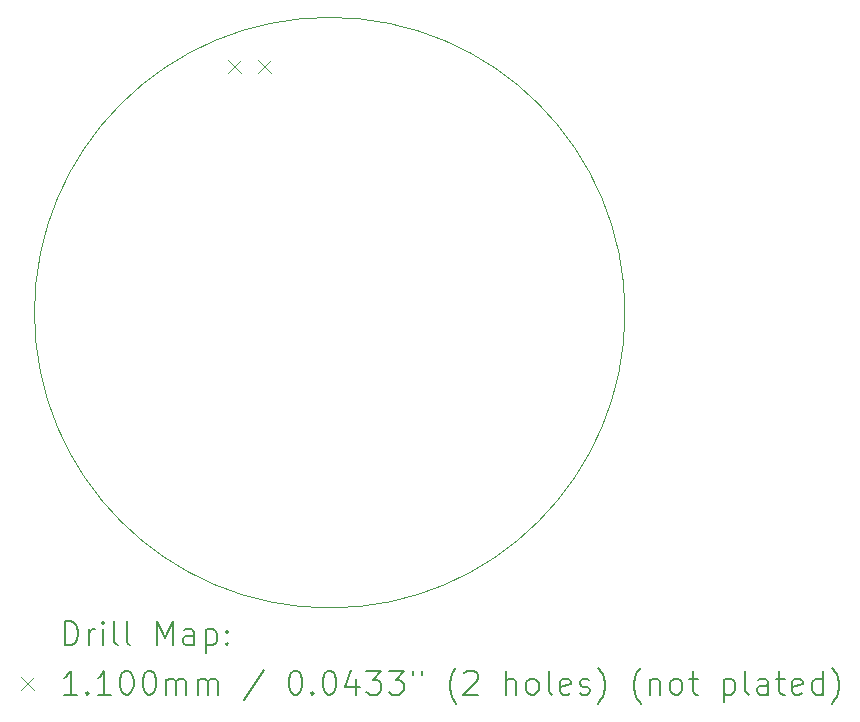
<source format=gbr>
%TF.GenerationSoftware,KiCad,Pcbnew,8.0.1*%
%TF.CreationDate,2025-09-12T21:56:18+04:00*%
%TF.ProjectId,Neopixel_project_v3.0,4e656f70-6978-4656-9c5f-70726f6a6563,v3.0*%
%TF.SameCoordinates,Original*%
%TF.FileFunction,Drillmap*%
%TF.FilePolarity,Positive*%
%FSLAX45Y45*%
G04 Gerber Fmt 4.5, Leading zero omitted, Abs format (unit mm)*
G04 Created by KiCad (PCBNEW 8.0.1) date 2025-09-12 21:56:18*
%MOMM*%
%LPD*%
G01*
G04 APERTURE LIST*
%ADD10C,0.050000*%
%ADD11C,0.200000*%
%ADD12C,0.110000*%
G04 APERTURE END LIST*
D10*
X12885000Y-6710000D02*
G75*
G02*
X7885000Y-6710000I-2500000J0D01*
G01*
X7885000Y-6710000D02*
G75*
G02*
X12885000Y-6710000I2500000J0D01*
G01*
D11*
D12*
X9526000Y-4571000D02*
X9636000Y-4681000D01*
X9636000Y-4571000D02*
X9526000Y-4681000D01*
X9780000Y-4571000D02*
X9890000Y-4681000D01*
X9890000Y-4571000D02*
X9780000Y-4681000D01*
D11*
X8143277Y-9523984D02*
X8143277Y-9323984D01*
X8143277Y-9323984D02*
X8190896Y-9323984D01*
X8190896Y-9323984D02*
X8219467Y-9333508D01*
X8219467Y-9333508D02*
X8238515Y-9352555D01*
X8238515Y-9352555D02*
X8248039Y-9371603D01*
X8248039Y-9371603D02*
X8257562Y-9409698D01*
X8257562Y-9409698D02*
X8257562Y-9438270D01*
X8257562Y-9438270D02*
X8248039Y-9476365D01*
X8248039Y-9476365D02*
X8238515Y-9495412D01*
X8238515Y-9495412D02*
X8219467Y-9514460D01*
X8219467Y-9514460D02*
X8190896Y-9523984D01*
X8190896Y-9523984D02*
X8143277Y-9523984D01*
X8343277Y-9523984D02*
X8343277Y-9390650D01*
X8343277Y-9428746D02*
X8352801Y-9409698D01*
X8352801Y-9409698D02*
X8362324Y-9400174D01*
X8362324Y-9400174D02*
X8381372Y-9390650D01*
X8381372Y-9390650D02*
X8400420Y-9390650D01*
X8467086Y-9523984D02*
X8467086Y-9390650D01*
X8467086Y-9323984D02*
X8457563Y-9333508D01*
X8457563Y-9333508D02*
X8467086Y-9343031D01*
X8467086Y-9343031D02*
X8476610Y-9333508D01*
X8476610Y-9333508D02*
X8467086Y-9323984D01*
X8467086Y-9323984D02*
X8467086Y-9343031D01*
X8590896Y-9523984D02*
X8571848Y-9514460D01*
X8571848Y-9514460D02*
X8562324Y-9495412D01*
X8562324Y-9495412D02*
X8562324Y-9323984D01*
X8695658Y-9523984D02*
X8676610Y-9514460D01*
X8676610Y-9514460D02*
X8667086Y-9495412D01*
X8667086Y-9495412D02*
X8667086Y-9323984D01*
X8924229Y-9523984D02*
X8924229Y-9323984D01*
X8924229Y-9323984D02*
X8990896Y-9466841D01*
X8990896Y-9466841D02*
X9057563Y-9323984D01*
X9057563Y-9323984D02*
X9057563Y-9523984D01*
X9238515Y-9523984D02*
X9238515Y-9419222D01*
X9238515Y-9419222D02*
X9228991Y-9400174D01*
X9228991Y-9400174D02*
X9209944Y-9390650D01*
X9209944Y-9390650D02*
X9171848Y-9390650D01*
X9171848Y-9390650D02*
X9152801Y-9400174D01*
X9238515Y-9514460D02*
X9219467Y-9523984D01*
X9219467Y-9523984D02*
X9171848Y-9523984D01*
X9171848Y-9523984D02*
X9152801Y-9514460D01*
X9152801Y-9514460D02*
X9143277Y-9495412D01*
X9143277Y-9495412D02*
X9143277Y-9476365D01*
X9143277Y-9476365D02*
X9152801Y-9457317D01*
X9152801Y-9457317D02*
X9171848Y-9447793D01*
X9171848Y-9447793D02*
X9219467Y-9447793D01*
X9219467Y-9447793D02*
X9238515Y-9438270D01*
X9333753Y-9390650D02*
X9333753Y-9590650D01*
X9333753Y-9400174D02*
X9352801Y-9390650D01*
X9352801Y-9390650D02*
X9390896Y-9390650D01*
X9390896Y-9390650D02*
X9409944Y-9400174D01*
X9409944Y-9400174D02*
X9419467Y-9409698D01*
X9419467Y-9409698D02*
X9428991Y-9428746D01*
X9428991Y-9428746D02*
X9428991Y-9485889D01*
X9428991Y-9485889D02*
X9419467Y-9504936D01*
X9419467Y-9504936D02*
X9409944Y-9514460D01*
X9409944Y-9514460D02*
X9390896Y-9523984D01*
X9390896Y-9523984D02*
X9352801Y-9523984D01*
X9352801Y-9523984D02*
X9333753Y-9514460D01*
X9514705Y-9504936D02*
X9524229Y-9514460D01*
X9524229Y-9514460D02*
X9514705Y-9523984D01*
X9514705Y-9523984D02*
X9505182Y-9514460D01*
X9505182Y-9514460D02*
X9514705Y-9504936D01*
X9514705Y-9504936D02*
X9514705Y-9523984D01*
X9514705Y-9400174D02*
X9524229Y-9409698D01*
X9524229Y-9409698D02*
X9514705Y-9419222D01*
X9514705Y-9419222D02*
X9505182Y-9409698D01*
X9505182Y-9409698D02*
X9514705Y-9400174D01*
X9514705Y-9400174D02*
X9514705Y-9419222D01*
D12*
X7772500Y-9797500D02*
X7882500Y-9907500D01*
X7882500Y-9797500D02*
X7772500Y-9907500D01*
D11*
X8248039Y-9943984D02*
X8133753Y-9943984D01*
X8190896Y-9943984D02*
X8190896Y-9743984D01*
X8190896Y-9743984D02*
X8171848Y-9772555D01*
X8171848Y-9772555D02*
X8152801Y-9791603D01*
X8152801Y-9791603D02*
X8133753Y-9801127D01*
X8333753Y-9924936D02*
X8343277Y-9934460D01*
X8343277Y-9934460D02*
X8333753Y-9943984D01*
X8333753Y-9943984D02*
X8324229Y-9934460D01*
X8324229Y-9934460D02*
X8333753Y-9924936D01*
X8333753Y-9924936D02*
X8333753Y-9943984D01*
X8533753Y-9943984D02*
X8419467Y-9943984D01*
X8476610Y-9943984D02*
X8476610Y-9743984D01*
X8476610Y-9743984D02*
X8457563Y-9772555D01*
X8457563Y-9772555D02*
X8438515Y-9791603D01*
X8438515Y-9791603D02*
X8419467Y-9801127D01*
X8657563Y-9743984D02*
X8676610Y-9743984D01*
X8676610Y-9743984D02*
X8695658Y-9753508D01*
X8695658Y-9753508D02*
X8705182Y-9763031D01*
X8705182Y-9763031D02*
X8714705Y-9782079D01*
X8714705Y-9782079D02*
X8724229Y-9820174D01*
X8724229Y-9820174D02*
X8724229Y-9867793D01*
X8724229Y-9867793D02*
X8714705Y-9905889D01*
X8714705Y-9905889D02*
X8705182Y-9924936D01*
X8705182Y-9924936D02*
X8695658Y-9934460D01*
X8695658Y-9934460D02*
X8676610Y-9943984D01*
X8676610Y-9943984D02*
X8657563Y-9943984D01*
X8657563Y-9943984D02*
X8638515Y-9934460D01*
X8638515Y-9934460D02*
X8628991Y-9924936D01*
X8628991Y-9924936D02*
X8619467Y-9905889D01*
X8619467Y-9905889D02*
X8609944Y-9867793D01*
X8609944Y-9867793D02*
X8609944Y-9820174D01*
X8609944Y-9820174D02*
X8619467Y-9782079D01*
X8619467Y-9782079D02*
X8628991Y-9763031D01*
X8628991Y-9763031D02*
X8638515Y-9753508D01*
X8638515Y-9753508D02*
X8657563Y-9743984D01*
X8848039Y-9743984D02*
X8867086Y-9743984D01*
X8867086Y-9743984D02*
X8886134Y-9753508D01*
X8886134Y-9753508D02*
X8895658Y-9763031D01*
X8895658Y-9763031D02*
X8905182Y-9782079D01*
X8905182Y-9782079D02*
X8914705Y-9820174D01*
X8914705Y-9820174D02*
X8914705Y-9867793D01*
X8914705Y-9867793D02*
X8905182Y-9905889D01*
X8905182Y-9905889D02*
X8895658Y-9924936D01*
X8895658Y-9924936D02*
X8886134Y-9934460D01*
X8886134Y-9934460D02*
X8867086Y-9943984D01*
X8867086Y-9943984D02*
X8848039Y-9943984D01*
X8848039Y-9943984D02*
X8828991Y-9934460D01*
X8828991Y-9934460D02*
X8819467Y-9924936D01*
X8819467Y-9924936D02*
X8809944Y-9905889D01*
X8809944Y-9905889D02*
X8800420Y-9867793D01*
X8800420Y-9867793D02*
X8800420Y-9820174D01*
X8800420Y-9820174D02*
X8809944Y-9782079D01*
X8809944Y-9782079D02*
X8819467Y-9763031D01*
X8819467Y-9763031D02*
X8828991Y-9753508D01*
X8828991Y-9753508D02*
X8848039Y-9743984D01*
X9000420Y-9943984D02*
X9000420Y-9810650D01*
X9000420Y-9829698D02*
X9009944Y-9820174D01*
X9009944Y-9820174D02*
X9028991Y-9810650D01*
X9028991Y-9810650D02*
X9057563Y-9810650D01*
X9057563Y-9810650D02*
X9076610Y-9820174D01*
X9076610Y-9820174D02*
X9086134Y-9839222D01*
X9086134Y-9839222D02*
X9086134Y-9943984D01*
X9086134Y-9839222D02*
X9095658Y-9820174D01*
X9095658Y-9820174D02*
X9114705Y-9810650D01*
X9114705Y-9810650D02*
X9143277Y-9810650D01*
X9143277Y-9810650D02*
X9162325Y-9820174D01*
X9162325Y-9820174D02*
X9171848Y-9839222D01*
X9171848Y-9839222D02*
X9171848Y-9943984D01*
X9267086Y-9943984D02*
X9267086Y-9810650D01*
X9267086Y-9829698D02*
X9276610Y-9820174D01*
X9276610Y-9820174D02*
X9295658Y-9810650D01*
X9295658Y-9810650D02*
X9324229Y-9810650D01*
X9324229Y-9810650D02*
X9343277Y-9820174D01*
X9343277Y-9820174D02*
X9352801Y-9839222D01*
X9352801Y-9839222D02*
X9352801Y-9943984D01*
X9352801Y-9839222D02*
X9362325Y-9820174D01*
X9362325Y-9820174D02*
X9381372Y-9810650D01*
X9381372Y-9810650D02*
X9409944Y-9810650D01*
X9409944Y-9810650D02*
X9428991Y-9820174D01*
X9428991Y-9820174D02*
X9438515Y-9839222D01*
X9438515Y-9839222D02*
X9438515Y-9943984D01*
X9828991Y-9734460D02*
X9657563Y-9991603D01*
X10086134Y-9743984D02*
X10105182Y-9743984D01*
X10105182Y-9743984D02*
X10124229Y-9753508D01*
X10124229Y-9753508D02*
X10133753Y-9763031D01*
X10133753Y-9763031D02*
X10143277Y-9782079D01*
X10143277Y-9782079D02*
X10152801Y-9820174D01*
X10152801Y-9820174D02*
X10152801Y-9867793D01*
X10152801Y-9867793D02*
X10143277Y-9905889D01*
X10143277Y-9905889D02*
X10133753Y-9924936D01*
X10133753Y-9924936D02*
X10124229Y-9934460D01*
X10124229Y-9934460D02*
X10105182Y-9943984D01*
X10105182Y-9943984D02*
X10086134Y-9943984D01*
X10086134Y-9943984D02*
X10067087Y-9934460D01*
X10067087Y-9934460D02*
X10057563Y-9924936D01*
X10057563Y-9924936D02*
X10048039Y-9905889D01*
X10048039Y-9905889D02*
X10038515Y-9867793D01*
X10038515Y-9867793D02*
X10038515Y-9820174D01*
X10038515Y-9820174D02*
X10048039Y-9782079D01*
X10048039Y-9782079D02*
X10057563Y-9763031D01*
X10057563Y-9763031D02*
X10067087Y-9753508D01*
X10067087Y-9753508D02*
X10086134Y-9743984D01*
X10238515Y-9924936D02*
X10248039Y-9934460D01*
X10248039Y-9934460D02*
X10238515Y-9943984D01*
X10238515Y-9943984D02*
X10228991Y-9934460D01*
X10228991Y-9934460D02*
X10238515Y-9924936D01*
X10238515Y-9924936D02*
X10238515Y-9943984D01*
X10371848Y-9743984D02*
X10390896Y-9743984D01*
X10390896Y-9743984D02*
X10409944Y-9753508D01*
X10409944Y-9753508D02*
X10419468Y-9763031D01*
X10419468Y-9763031D02*
X10428991Y-9782079D01*
X10428991Y-9782079D02*
X10438515Y-9820174D01*
X10438515Y-9820174D02*
X10438515Y-9867793D01*
X10438515Y-9867793D02*
X10428991Y-9905889D01*
X10428991Y-9905889D02*
X10419468Y-9924936D01*
X10419468Y-9924936D02*
X10409944Y-9934460D01*
X10409944Y-9934460D02*
X10390896Y-9943984D01*
X10390896Y-9943984D02*
X10371848Y-9943984D01*
X10371848Y-9943984D02*
X10352801Y-9934460D01*
X10352801Y-9934460D02*
X10343277Y-9924936D01*
X10343277Y-9924936D02*
X10333753Y-9905889D01*
X10333753Y-9905889D02*
X10324229Y-9867793D01*
X10324229Y-9867793D02*
X10324229Y-9820174D01*
X10324229Y-9820174D02*
X10333753Y-9782079D01*
X10333753Y-9782079D02*
X10343277Y-9763031D01*
X10343277Y-9763031D02*
X10352801Y-9753508D01*
X10352801Y-9753508D02*
X10371848Y-9743984D01*
X10609944Y-9810650D02*
X10609944Y-9943984D01*
X10562325Y-9734460D02*
X10514706Y-9877317D01*
X10514706Y-9877317D02*
X10638515Y-9877317D01*
X10695658Y-9743984D02*
X10819468Y-9743984D01*
X10819468Y-9743984D02*
X10752801Y-9820174D01*
X10752801Y-9820174D02*
X10781372Y-9820174D01*
X10781372Y-9820174D02*
X10800420Y-9829698D01*
X10800420Y-9829698D02*
X10809944Y-9839222D01*
X10809944Y-9839222D02*
X10819468Y-9858270D01*
X10819468Y-9858270D02*
X10819468Y-9905889D01*
X10819468Y-9905889D02*
X10809944Y-9924936D01*
X10809944Y-9924936D02*
X10800420Y-9934460D01*
X10800420Y-9934460D02*
X10781372Y-9943984D01*
X10781372Y-9943984D02*
X10724229Y-9943984D01*
X10724229Y-9943984D02*
X10705182Y-9934460D01*
X10705182Y-9934460D02*
X10695658Y-9924936D01*
X10886134Y-9743984D02*
X11009944Y-9743984D01*
X11009944Y-9743984D02*
X10943277Y-9820174D01*
X10943277Y-9820174D02*
X10971849Y-9820174D01*
X10971849Y-9820174D02*
X10990896Y-9829698D01*
X10990896Y-9829698D02*
X11000420Y-9839222D01*
X11000420Y-9839222D02*
X11009944Y-9858270D01*
X11009944Y-9858270D02*
X11009944Y-9905889D01*
X11009944Y-9905889D02*
X11000420Y-9924936D01*
X11000420Y-9924936D02*
X10990896Y-9934460D01*
X10990896Y-9934460D02*
X10971849Y-9943984D01*
X10971849Y-9943984D02*
X10914706Y-9943984D01*
X10914706Y-9943984D02*
X10895658Y-9934460D01*
X10895658Y-9934460D02*
X10886134Y-9924936D01*
X11086134Y-9743984D02*
X11086134Y-9782079D01*
X11162325Y-9743984D02*
X11162325Y-9782079D01*
X11457563Y-10020174D02*
X11448039Y-10010650D01*
X11448039Y-10010650D02*
X11428991Y-9982079D01*
X11428991Y-9982079D02*
X11419468Y-9963031D01*
X11419468Y-9963031D02*
X11409944Y-9934460D01*
X11409944Y-9934460D02*
X11400420Y-9886841D01*
X11400420Y-9886841D02*
X11400420Y-9848746D01*
X11400420Y-9848746D02*
X11409944Y-9801127D01*
X11409944Y-9801127D02*
X11419468Y-9772555D01*
X11419468Y-9772555D02*
X11428991Y-9753508D01*
X11428991Y-9753508D02*
X11448039Y-9724936D01*
X11448039Y-9724936D02*
X11457563Y-9715412D01*
X11524229Y-9763031D02*
X11533753Y-9753508D01*
X11533753Y-9753508D02*
X11552801Y-9743984D01*
X11552801Y-9743984D02*
X11600420Y-9743984D01*
X11600420Y-9743984D02*
X11619468Y-9753508D01*
X11619468Y-9753508D02*
X11628991Y-9763031D01*
X11628991Y-9763031D02*
X11638515Y-9782079D01*
X11638515Y-9782079D02*
X11638515Y-9801127D01*
X11638515Y-9801127D02*
X11628991Y-9829698D01*
X11628991Y-9829698D02*
X11514706Y-9943984D01*
X11514706Y-9943984D02*
X11638515Y-9943984D01*
X11876610Y-9943984D02*
X11876610Y-9743984D01*
X11962325Y-9943984D02*
X11962325Y-9839222D01*
X11962325Y-9839222D02*
X11952801Y-9820174D01*
X11952801Y-9820174D02*
X11933753Y-9810650D01*
X11933753Y-9810650D02*
X11905182Y-9810650D01*
X11905182Y-9810650D02*
X11886134Y-9820174D01*
X11886134Y-9820174D02*
X11876610Y-9829698D01*
X12086134Y-9943984D02*
X12067087Y-9934460D01*
X12067087Y-9934460D02*
X12057563Y-9924936D01*
X12057563Y-9924936D02*
X12048039Y-9905889D01*
X12048039Y-9905889D02*
X12048039Y-9848746D01*
X12048039Y-9848746D02*
X12057563Y-9829698D01*
X12057563Y-9829698D02*
X12067087Y-9820174D01*
X12067087Y-9820174D02*
X12086134Y-9810650D01*
X12086134Y-9810650D02*
X12114706Y-9810650D01*
X12114706Y-9810650D02*
X12133753Y-9820174D01*
X12133753Y-9820174D02*
X12143277Y-9829698D01*
X12143277Y-9829698D02*
X12152801Y-9848746D01*
X12152801Y-9848746D02*
X12152801Y-9905889D01*
X12152801Y-9905889D02*
X12143277Y-9924936D01*
X12143277Y-9924936D02*
X12133753Y-9934460D01*
X12133753Y-9934460D02*
X12114706Y-9943984D01*
X12114706Y-9943984D02*
X12086134Y-9943984D01*
X12267087Y-9943984D02*
X12248039Y-9934460D01*
X12248039Y-9934460D02*
X12238515Y-9915412D01*
X12238515Y-9915412D02*
X12238515Y-9743984D01*
X12419468Y-9934460D02*
X12400420Y-9943984D01*
X12400420Y-9943984D02*
X12362325Y-9943984D01*
X12362325Y-9943984D02*
X12343277Y-9934460D01*
X12343277Y-9934460D02*
X12333753Y-9915412D01*
X12333753Y-9915412D02*
X12333753Y-9839222D01*
X12333753Y-9839222D02*
X12343277Y-9820174D01*
X12343277Y-9820174D02*
X12362325Y-9810650D01*
X12362325Y-9810650D02*
X12400420Y-9810650D01*
X12400420Y-9810650D02*
X12419468Y-9820174D01*
X12419468Y-9820174D02*
X12428991Y-9839222D01*
X12428991Y-9839222D02*
X12428991Y-9858270D01*
X12428991Y-9858270D02*
X12333753Y-9877317D01*
X12505182Y-9934460D02*
X12524230Y-9943984D01*
X12524230Y-9943984D02*
X12562325Y-9943984D01*
X12562325Y-9943984D02*
X12581372Y-9934460D01*
X12581372Y-9934460D02*
X12590896Y-9915412D01*
X12590896Y-9915412D02*
X12590896Y-9905889D01*
X12590896Y-9905889D02*
X12581372Y-9886841D01*
X12581372Y-9886841D02*
X12562325Y-9877317D01*
X12562325Y-9877317D02*
X12533753Y-9877317D01*
X12533753Y-9877317D02*
X12514706Y-9867793D01*
X12514706Y-9867793D02*
X12505182Y-9848746D01*
X12505182Y-9848746D02*
X12505182Y-9839222D01*
X12505182Y-9839222D02*
X12514706Y-9820174D01*
X12514706Y-9820174D02*
X12533753Y-9810650D01*
X12533753Y-9810650D02*
X12562325Y-9810650D01*
X12562325Y-9810650D02*
X12581372Y-9820174D01*
X12657563Y-10020174D02*
X12667087Y-10010650D01*
X12667087Y-10010650D02*
X12686134Y-9982079D01*
X12686134Y-9982079D02*
X12695658Y-9963031D01*
X12695658Y-9963031D02*
X12705182Y-9934460D01*
X12705182Y-9934460D02*
X12714706Y-9886841D01*
X12714706Y-9886841D02*
X12714706Y-9848746D01*
X12714706Y-9848746D02*
X12705182Y-9801127D01*
X12705182Y-9801127D02*
X12695658Y-9772555D01*
X12695658Y-9772555D02*
X12686134Y-9753508D01*
X12686134Y-9753508D02*
X12667087Y-9724936D01*
X12667087Y-9724936D02*
X12657563Y-9715412D01*
X13019468Y-10020174D02*
X13009944Y-10010650D01*
X13009944Y-10010650D02*
X12990896Y-9982079D01*
X12990896Y-9982079D02*
X12981372Y-9963031D01*
X12981372Y-9963031D02*
X12971849Y-9934460D01*
X12971849Y-9934460D02*
X12962325Y-9886841D01*
X12962325Y-9886841D02*
X12962325Y-9848746D01*
X12962325Y-9848746D02*
X12971849Y-9801127D01*
X12971849Y-9801127D02*
X12981372Y-9772555D01*
X12981372Y-9772555D02*
X12990896Y-9753508D01*
X12990896Y-9753508D02*
X13009944Y-9724936D01*
X13009944Y-9724936D02*
X13019468Y-9715412D01*
X13095658Y-9810650D02*
X13095658Y-9943984D01*
X13095658Y-9829698D02*
X13105182Y-9820174D01*
X13105182Y-9820174D02*
X13124230Y-9810650D01*
X13124230Y-9810650D02*
X13152801Y-9810650D01*
X13152801Y-9810650D02*
X13171849Y-9820174D01*
X13171849Y-9820174D02*
X13181372Y-9839222D01*
X13181372Y-9839222D02*
X13181372Y-9943984D01*
X13305182Y-9943984D02*
X13286134Y-9934460D01*
X13286134Y-9934460D02*
X13276611Y-9924936D01*
X13276611Y-9924936D02*
X13267087Y-9905889D01*
X13267087Y-9905889D02*
X13267087Y-9848746D01*
X13267087Y-9848746D02*
X13276611Y-9829698D01*
X13276611Y-9829698D02*
X13286134Y-9820174D01*
X13286134Y-9820174D02*
X13305182Y-9810650D01*
X13305182Y-9810650D02*
X13333753Y-9810650D01*
X13333753Y-9810650D02*
X13352801Y-9820174D01*
X13352801Y-9820174D02*
X13362325Y-9829698D01*
X13362325Y-9829698D02*
X13371849Y-9848746D01*
X13371849Y-9848746D02*
X13371849Y-9905889D01*
X13371849Y-9905889D02*
X13362325Y-9924936D01*
X13362325Y-9924936D02*
X13352801Y-9934460D01*
X13352801Y-9934460D02*
X13333753Y-9943984D01*
X13333753Y-9943984D02*
X13305182Y-9943984D01*
X13428992Y-9810650D02*
X13505182Y-9810650D01*
X13457563Y-9743984D02*
X13457563Y-9915412D01*
X13457563Y-9915412D02*
X13467087Y-9934460D01*
X13467087Y-9934460D02*
X13486134Y-9943984D01*
X13486134Y-9943984D02*
X13505182Y-9943984D01*
X13724230Y-9810650D02*
X13724230Y-10010650D01*
X13724230Y-9820174D02*
X13743277Y-9810650D01*
X13743277Y-9810650D02*
X13781373Y-9810650D01*
X13781373Y-9810650D02*
X13800420Y-9820174D01*
X13800420Y-9820174D02*
X13809944Y-9829698D01*
X13809944Y-9829698D02*
X13819468Y-9848746D01*
X13819468Y-9848746D02*
X13819468Y-9905889D01*
X13819468Y-9905889D02*
X13809944Y-9924936D01*
X13809944Y-9924936D02*
X13800420Y-9934460D01*
X13800420Y-9934460D02*
X13781373Y-9943984D01*
X13781373Y-9943984D02*
X13743277Y-9943984D01*
X13743277Y-9943984D02*
X13724230Y-9934460D01*
X13933753Y-9943984D02*
X13914706Y-9934460D01*
X13914706Y-9934460D02*
X13905182Y-9915412D01*
X13905182Y-9915412D02*
X13905182Y-9743984D01*
X14095658Y-9943984D02*
X14095658Y-9839222D01*
X14095658Y-9839222D02*
X14086134Y-9820174D01*
X14086134Y-9820174D02*
X14067087Y-9810650D01*
X14067087Y-9810650D02*
X14028992Y-9810650D01*
X14028992Y-9810650D02*
X14009944Y-9820174D01*
X14095658Y-9934460D02*
X14076611Y-9943984D01*
X14076611Y-9943984D02*
X14028992Y-9943984D01*
X14028992Y-9943984D02*
X14009944Y-9934460D01*
X14009944Y-9934460D02*
X14000420Y-9915412D01*
X14000420Y-9915412D02*
X14000420Y-9896365D01*
X14000420Y-9896365D02*
X14009944Y-9877317D01*
X14009944Y-9877317D02*
X14028992Y-9867793D01*
X14028992Y-9867793D02*
X14076611Y-9867793D01*
X14076611Y-9867793D02*
X14095658Y-9858270D01*
X14162325Y-9810650D02*
X14238515Y-9810650D01*
X14190896Y-9743984D02*
X14190896Y-9915412D01*
X14190896Y-9915412D02*
X14200420Y-9934460D01*
X14200420Y-9934460D02*
X14219468Y-9943984D01*
X14219468Y-9943984D02*
X14238515Y-9943984D01*
X14381373Y-9934460D02*
X14362325Y-9943984D01*
X14362325Y-9943984D02*
X14324230Y-9943984D01*
X14324230Y-9943984D02*
X14305182Y-9934460D01*
X14305182Y-9934460D02*
X14295658Y-9915412D01*
X14295658Y-9915412D02*
X14295658Y-9839222D01*
X14295658Y-9839222D02*
X14305182Y-9820174D01*
X14305182Y-9820174D02*
X14324230Y-9810650D01*
X14324230Y-9810650D02*
X14362325Y-9810650D01*
X14362325Y-9810650D02*
X14381373Y-9820174D01*
X14381373Y-9820174D02*
X14390896Y-9839222D01*
X14390896Y-9839222D02*
X14390896Y-9858270D01*
X14390896Y-9858270D02*
X14295658Y-9877317D01*
X14562325Y-9943984D02*
X14562325Y-9743984D01*
X14562325Y-9934460D02*
X14543277Y-9943984D01*
X14543277Y-9943984D02*
X14505182Y-9943984D01*
X14505182Y-9943984D02*
X14486134Y-9934460D01*
X14486134Y-9934460D02*
X14476611Y-9924936D01*
X14476611Y-9924936D02*
X14467087Y-9905889D01*
X14467087Y-9905889D02*
X14467087Y-9848746D01*
X14467087Y-9848746D02*
X14476611Y-9829698D01*
X14476611Y-9829698D02*
X14486134Y-9820174D01*
X14486134Y-9820174D02*
X14505182Y-9810650D01*
X14505182Y-9810650D02*
X14543277Y-9810650D01*
X14543277Y-9810650D02*
X14562325Y-9820174D01*
X14638515Y-10020174D02*
X14648039Y-10010650D01*
X14648039Y-10010650D02*
X14667087Y-9982079D01*
X14667087Y-9982079D02*
X14676611Y-9963031D01*
X14676611Y-9963031D02*
X14686134Y-9934460D01*
X14686134Y-9934460D02*
X14695658Y-9886841D01*
X14695658Y-9886841D02*
X14695658Y-9848746D01*
X14695658Y-9848746D02*
X14686134Y-9801127D01*
X14686134Y-9801127D02*
X14676611Y-9772555D01*
X14676611Y-9772555D02*
X14667087Y-9753508D01*
X14667087Y-9753508D02*
X14648039Y-9724936D01*
X14648039Y-9724936D02*
X14638515Y-9715412D01*
M02*

</source>
